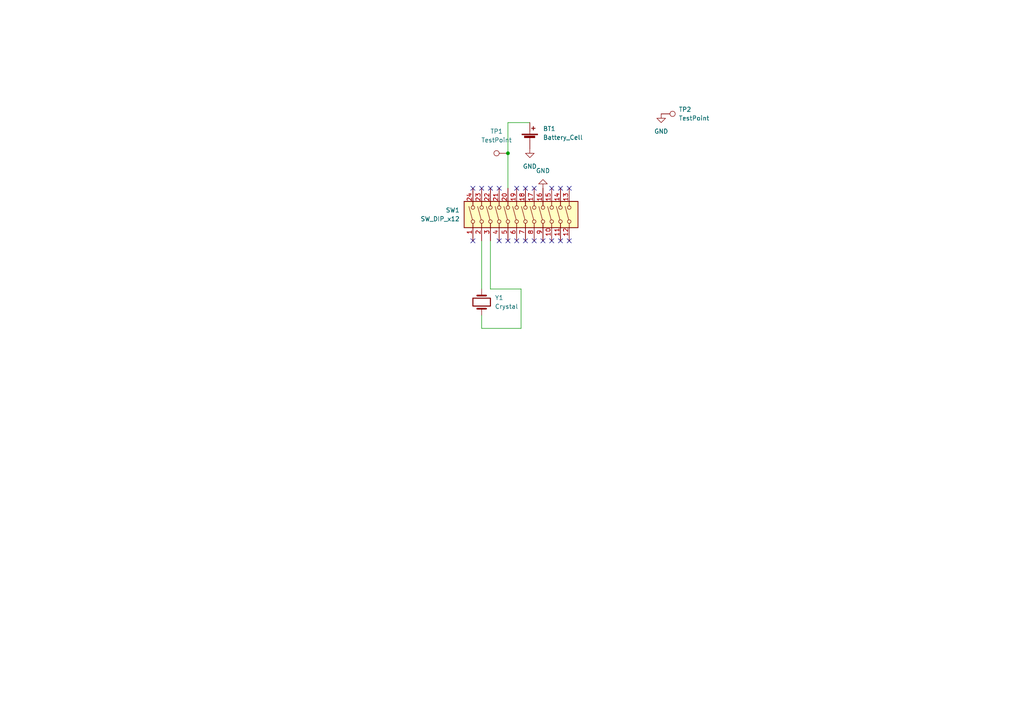
<source format=kicad_sch>
(kicad_sch (version 20211123) (generator eeschema)

  (uuid 2b70efab-b4f7-4f00-9d3f-2e9fd6ed3bbe)

  (paper "A4")

  (title_block
    (title "DS128X hat")
    (date "2022-05-31")
    (rev "1")
    (comment 1 "by: CalamityLime")
  )

  (lib_symbols
    (symbol "Connector:TestPoint" (pin_numbers hide) (pin_names (offset 0.762) hide) (in_bom yes) (on_board yes)
      (property "Reference" "TP" (id 0) (at 0 6.858 0)
        (effects (font (size 1.27 1.27)))
      )
      (property "Value" "TestPoint" (id 1) (at 0 5.08 0)
        (effects (font (size 1.27 1.27)))
      )
      (property "Footprint" "" (id 2) (at 5.08 0 0)
        (effects (font (size 1.27 1.27)) hide)
      )
      (property "Datasheet" "~" (id 3) (at 5.08 0 0)
        (effects (font (size 1.27 1.27)) hide)
      )
      (property "ki_keywords" "test point tp" (id 4) (at 0 0 0)
        (effects (font (size 1.27 1.27)) hide)
      )
      (property "ki_description" "test point" (id 5) (at 0 0 0)
        (effects (font (size 1.27 1.27)) hide)
      )
      (property "ki_fp_filters" "Pin* Test*" (id 6) (at 0 0 0)
        (effects (font (size 1.27 1.27)) hide)
      )
      (symbol "TestPoint_0_1"
        (circle (center 0 3.302) (radius 0.762)
          (stroke (width 0) (type default) (color 0 0 0 0))
          (fill (type none))
        )
      )
      (symbol "TestPoint_1_1"
        (pin passive line (at 0 0 90) (length 2.54)
          (name "1" (effects (font (size 1.27 1.27))))
          (number "1" (effects (font (size 1.27 1.27))))
        )
      )
    )
    (symbol "Device:Battery_Cell" (pin_numbers hide) (pin_names (offset 0) hide) (in_bom yes) (on_board yes)
      (property "Reference" "BT" (id 0) (at 2.54 2.54 0)
        (effects (font (size 1.27 1.27)) (justify left))
      )
      (property "Value" "Battery_Cell" (id 1) (at 2.54 0 0)
        (effects (font (size 1.27 1.27)) (justify left))
      )
      (property "Footprint" "" (id 2) (at 0 1.524 90)
        (effects (font (size 1.27 1.27)) hide)
      )
      (property "Datasheet" "~" (id 3) (at 0 1.524 90)
        (effects (font (size 1.27 1.27)) hide)
      )
      (property "ki_keywords" "battery cell" (id 4) (at 0 0 0)
        (effects (font (size 1.27 1.27)) hide)
      )
      (property "ki_description" "Single-cell battery" (id 5) (at 0 0 0)
        (effects (font (size 1.27 1.27)) hide)
      )
      (symbol "Battery_Cell_0_1"
        (rectangle (start -2.286 1.778) (end 2.286 1.524)
          (stroke (width 0) (type default) (color 0 0 0 0))
          (fill (type outline))
        )
        (rectangle (start -1.5748 1.1938) (end 1.4732 0.6858)
          (stroke (width 0) (type default) (color 0 0 0 0))
          (fill (type outline))
        )
        (polyline
          (pts
            (xy 0 0.762)
            (xy 0 0)
          )
          (stroke (width 0) (type default) (color 0 0 0 0))
          (fill (type none))
        )
        (polyline
          (pts
            (xy 0 1.778)
            (xy 0 2.54)
          )
          (stroke (width 0) (type default) (color 0 0 0 0))
          (fill (type none))
        )
        (polyline
          (pts
            (xy 0.508 3.429)
            (xy 1.524 3.429)
          )
          (stroke (width 0.254) (type default) (color 0 0 0 0))
          (fill (type none))
        )
        (polyline
          (pts
            (xy 1.016 3.937)
            (xy 1.016 2.921)
          )
          (stroke (width 0.254) (type default) (color 0 0 0 0))
          (fill (type none))
        )
      )
      (symbol "Battery_Cell_1_1"
        (pin passive line (at 0 5.08 270) (length 2.54)
          (name "+" (effects (font (size 1.27 1.27))))
          (number "1" (effects (font (size 1.27 1.27))))
        )
        (pin passive line (at 0 -2.54 90) (length 2.54)
          (name "-" (effects (font (size 1.27 1.27))))
          (number "2" (effects (font (size 1.27 1.27))))
        )
      )
    )
    (symbol "Device:Crystal" (pin_numbers hide) (pin_names (offset 1.016) hide) (in_bom yes) (on_board yes)
      (property "Reference" "Y" (id 0) (at 0 3.81 0)
        (effects (font (size 1.27 1.27)))
      )
      (property "Value" "Crystal" (id 1) (at 0 -3.81 0)
        (effects (font (size 1.27 1.27)))
      )
      (property "Footprint" "" (id 2) (at 0 0 0)
        (effects (font (size 1.27 1.27)) hide)
      )
      (property "Datasheet" "~" (id 3) (at 0 0 0)
        (effects (font (size 1.27 1.27)) hide)
      )
      (property "ki_keywords" "quartz ceramic resonator oscillator" (id 4) (at 0 0 0)
        (effects (font (size 1.27 1.27)) hide)
      )
      (property "ki_description" "Two pin crystal" (id 5) (at 0 0 0)
        (effects (font (size 1.27 1.27)) hide)
      )
      (property "ki_fp_filters" "Crystal*" (id 6) (at 0 0 0)
        (effects (font (size 1.27 1.27)) hide)
      )
      (symbol "Crystal_0_1"
        (rectangle (start -1.143 2.54) (end 1.143 -2.54)
          (stroke (width 0.3048) (type default) (color 0 0 0 0))
          (fill (type none))
        )
        (polyline
          (pts
            (xy -2.54 0)
            (xy -1.905 0)
          )
          (stroke (width 0) (type default) (color 0 0 0 0))
          (fill (type none))
        )
        (polyline
          (pts
            (xy -1.905 -1.27)
            (xy -1.905 1.27)
          )
          (stroke (width 0.508) (type default) (color 0 0 0 0))
          (fill (type none))
        )
        (polyline
          (pts
            (xy 1.905 -1.27)
            (xy 1.905 1.27)
          )
          (stroke (width 0.508) (type default) (color 0 0 0 0))
          (fill (type none))
        )
        (polyline
          (pts
            (xy 2.54 0)
            (xy 1.905 0)
          )
          (stroke (width 0) (type default) (color 0 0 0 0))
          (fill (type none))
        )
      )
      (symbol "Crystal_1_1"
        (pin passive line (at -3.81 0 0) (length 1.27)
          (name "1" (effects (font (size 1.27 1.27))))
          (number "1" (effects (font (size 1.27 1.27))))
        )
        (pin passive line (at 3.81 0 180) (length 1.27)
          (name "2" (effects (font (size 1.27 1.27))))
          (number "2" (effects (font (size 1.27 1.27))))
        )
      )
    )
    (symbol "Switch:SW_DIP_x12" (pin_names (offset 0) hide) (in_bom yes) (on_board yes)
      (property "Reference" "SW" (id 0) (at 0 19.05 0)
        (effects (font (size 1.27 1.27)))
      )
      (property "Value" "SW_DIP_x12" (id 1) (at 0 -16.51 0)
        (effects (font (size 1.27 1.27)))
      )
      (property "Footprint" "" (id 2) (at 0 0 0)
        (effects (font (size 1.27 1.27)) hide)
      )
      (property "Datasheet" "~" (id 3) (at 0 0 0)
        (effects (font (size 1.27 1.27)) hide)
      )
      (property "ki_keywords" "dip switch" (id 4) (at 0 0 0)
        (effects (font (size 1.27 1.27)) hide)
      )
      (property "ki_description" "12x DIP Switch, Single Pole Single Throw (SPST) switch, small symbol" (id 5) (at 0 0 0)
        (effects (font (size 1.27 1.27)) hide)
      )
      (property "ki_fp_filters" "SW?DIP?x12*" (id 6) (at 0 0 0)
        (effects (font (size 1.27 1.27)) hide)
      )
      (symbol "SW_DIP_x12_0_0"
        (circle (center -2.032 -12.7) (radius 0.508)
          (stroke (width 0) (type default) (color 0 0 0 0))
          (fill (type none))
        )
        (circle (center -2.032 -10.16) (radius 0.508)
          (stroke (width 0) (type default) (color 0 0 0 0))
          (fill (type none))
        )
        (circle (center -2.032 -7.62) (radius 0.508)
          (stroke (width 0) (type default) (color 0 0 0 0))
          (fill (type none))
        )
        (circle (center -2.032 -5.08) (radius 0.508)
          (stroke (width 0) (type default) (color 0 0 0 0))
          (fill (type none))
        )
        (circle (center -2.032 -2.54) (radius 0.508)
          (stroke (width 0) (type default) (color 0 0 0 0))
          (fill (type none))
        )
        (circle (center -2.032 0) (radius 0.508)
          (stroke (width 0) (type default) (color 0 0 0 0))
          (fill (type none))
        )
        (circle (center -2.032 2.54) (radius 0.508)
          (stroke (width 0) (type default) (color 0 0 0 0))
          (fill (type none))
        )
        (circle (center -2.032 5.08) (radius 0.508)
          (stroke (width 0) (type default) (color 0 0 0 0))
          (fill (type none))
        )
        (circle (center -2.032 7.62) (radius 0.508)
          (stroke (width 0) (type default) (color 0 0 0 0))
          (fill (type none))
        )
        (circle (center -2.032 10.16) (radius 0.508)
          (stroke (width 0) (type default) (color 0 0 0 0))
          (fill (type none))
        )
        (circle (center -2.032 12.7) (radius 0.508)
          (stroke (width 0) (type default) (color 0 0 0 0))
          (fill (type none))
        )
        (circle (center -2.032 15.24) (radius 0.508)
          (stroke (width 0) (type default) (color 0 0 0 0))
          (fill (type none))
        )
        (polyline
          (pts
            (xy -1.524 -12.5476)
            (xy 2.3622 -11.5062)
          )
          (stroke (width 0) (type default) (color 0 0 0 0))
          (fill (type none))
        )
        (polyline
          (pts
            (xy -1.524 -10.0076)
            (xy 2.3622 -8.9662)
          )
          (stroke (width 0) (type default) (color 0 0 0 0))
          (fill (type none))
        )
        (polyline
          (pts
            (xy -1.524 -7.4676)
            (xy 2.3622 -6.4262)
          )
          (stroke (width 0) (type default) (color 0 0 0 0))
          (fill (type none))
        )
        (polyline
          (pts
            (xy -1.524 -4.9276)
            (xy 2.3622 -3.8862)
          )
          (stroke (width 0) (type default) (color 0 0 0 0))
          (fill (type none))
        )
        (polyline
          (pts
            (xy -1.524 -2.3876)
            (xy 2.3622 -1.3462)
          )
          (stroke (width 0) (type default) (color 0 0 0 0))
          (fill (type none))
        )
        (polyline
          (pts
            (xy -1.524 0.127)
            (xy 2.3622 1.1684)
          )
          (stroke (width 0) (type default) (color 0 0 0 0))
          (fill (type none))
        )
        (polyline
          (pts
            (xy -1.524 2.667)
            (xy 2.3622 3.7084)
          )
          (stroke (width 0) (type default) (color 0 0 0 0))
          (fill (type none))
        )
        (polyline
          (pts
            (xy -1.524 5.207)
            (xy 2.3622 6.2484)
          )
          (stroke (width 0) (type default) (color 0 0 0 0))
          (fill (type none))
        )
        (polyline
          (pts
            (xy -1.524 7.747)
            (xy 2.3622 8.7884)
          )
          (stroke (width 0) (type default) (color 0 0 0 0))
          (fill (type none))
        )
        (polyline
          (pts
            (xy -1.524 10.287)
            (xy 2.3622 11.3284)
          )
          (stroke (width 0) (type default) (color 0 0 0 0))
          (fill (type none))
        )
        (polyline
          (pts
            (xy -1.524 12.827)
            (xy 2.3622 13.8684)
          )
          (stroke (width 0) (type default) (color 0 0 0 0))
          (fill (type none))
        )
        (polyline
          (pts
            (xy -1.524 15.367)
            (xy 2.3622 16.4084)
          )
          (stroke (width 0) (type default) (color 0 0 0 0))
          (fill (type none))
        )
        (circle (center 2.032 -12.7) (radius 0.508)
          (stroke (width 0) (type default) (color 0 0 0 0))
          (fill (type none))
        )
        (circle (center 2.032 -10.16) (radius 0.508)
          (stroke (width 0) (type default) (color 0 0 0 0))
          (fill (type none))
        )
        (circle (center 2.032 -7.62) (radius 0.508)
          (stroke (width 0) (type default) (color 0 0 0 0))
          (fill (type none))
        )
        (circle (center 2.032 -5.08) (radius 0.508)
          (stroke (width 0) (type default) (color 0 0 0 0))
          (fill (type none))
        )
        (circle (center 2.032 -2.54) (radius 0.508)
          (stroke (width 0) (type default) (color 0 0 0 0))
          (fill (type none))
        )
        (circle (center 2.032 0) (radius 0.508)
          (stroke (width 0) (type default) (color 0 0 0 0))
          (fill (type none))
        )
        (circle (center 2.032 2.54) (radius 0.508)
          (stroke (width 0) (type default) (color 0 0 0 0))
          (fill (type none))
        )
        (circle (center 2.032 5.08) (radius 0.508)
          (stroke (width 0) (type default) (color 0 0 0 0))
          (fill (type none))
        )
        (circle (center 2.032 7.62) (radius 0.508)
          (stroke (width 0) (type default) (color 0 0 0 0))
          (fill (type none))
        )
        (circle (center 2.032 10.16) (radius 0.508)
          (stroke (width 0) (type default) (color 0 0 0 0))
          (fill (type none))
        )
        (circle (center 2.032 12.7) (radius 0.508)
          (stroke (width 0) (type default) (color 0 0 0 0))
          (fill (type none))
        )
        (circle (center 2.032 15.24) (radius 0.508)
          (stroke (width 0) (type default) (color 0 0 0 0))
          (fill (type none))
        )
      )
      (symbol "SW_DIP_x12_0_1"
        (rectangle (start -3.81 17.78) (end 3.81 -15.24)
          (stroke (width 0.254) (type default) (color 0 0 0 0))
          (fill (type background))
        )
      )
      (symbol "SW_DIP_x12_1_1"
        (pin passive line (at -7.62 15.24 0) (length 5.08)
          (name "~" (effects (font (size 1.27 1.27))))
          (number "1" (effects (font (size 1.27 1.27))))
        )
        (pin passive line (at -7.62 -7.62 0) (length 5.08)
          (name "~" (effects (font (size 1.27 1.27))))
          (number "10" (effects (font (size 1.27 1.27))))
        )
        (pin passive line (at -7.62 -10.16 0) (length 5.08)
          (name "~" (effects (font (size 1.27 1.27))))
          (number "11" (effects (font (size 1.27 1.27))))
        )
        (pin passive line (at -7.62 -12.7 0) (length 5.08)
          (name "~" (effects (font (size 1.27 1.27))))
          (number "12" (effects (font (size 1.27 1.27))))
        )
        (pin passive line (at 7.62 -12.7 180) (length 5.08)
          (name "~" (effects (font (size 1.27 1.27))))
          (number "13" (effects (font (size 1.27 1.27))))
        )
        (pin passive line (at 7.62 -10.16 180) (length 5.08)
          (name "~" (effects (font (size 1.27 1.27))))
          (number "14" (effects (font (size 1.27 1.27))))
        )
        (pin passive line (at 7.62 -7.62 180) (length 5.08)
          (name "~" (effects (font (size 1.27 1.27))))
          (number "15" (effects (font (size 1.27 1.27))))
        )
        (pin passive line (at 7.62 -5.08 180) (length 5.08)
          (name "~" (effects (font (size 1.27 1.27))))
          (number "16" (effects (font (size 1.27 1.27))))
        )
        (pin passive line (at 7.62 -2.54 180) (length 5.08)
          (name "~" (effects (font (size 1.27 1.27))))
          (number "17" (effects (font (size 1.27 1.27))))
        )
        (pin passive line (at 7.62 0 180) (length 5.08)
          (name "~" (effects (font (size 1.27 1.27))))
          (number "18" (effects (font (size 1.27 1.27))))
        )
        (pin passive line (at 7.62 2.54 180) (length 5.08)
          (name "~" (effects (font (size 1.27 1.27))))
          (number "19" (effects (font (size 1.27 1.27))))
        )
        (pin passive line (at -7.62 12.7 0) (length 5.08)
          (name "~" (effects (font (size 1.27 1.27))))
          (number "2" (effects (font (size 1.27 1.27))))
        )
        (pin passive line (at 7.62 5.08 180) (length 5.08)
          (name "~" (effects (font (size 1.27 1.27))))
          (number "20" (effects (font (size 1.27 1.27))))
        )
        (pin passive line (at 7.62 7.62 180) (length 5.08)
          (name "~" (effects (font (size 1.27 1.27))))
          (number "21" (effects (font (size 1.27 1.27))))
        )
        (pin passive line (at 7.62 10.16 180) (length 5.08)
          (name "~" (effects (font (size 1.27 1.27))))
          (number "22" (effects (font (size 1.27 1.27))))
        )
        (pin passive line (at 7.62 12.7 180) (length 5.08)
          (name "~" (effects (font (size 1.27 1.27))))
          (number "23" (effects (font (size 1.27 1.27))))
        )
        (pin passive line (at 7.62 15.24 180) (length 5.08)
          (name "~" (effects (font (size 1.27 1.27))))
          (number "24" (effects (font (size 1.27 1.27))))
        )
        (pin passive line (at -7.62 10.16 0) (length 5.08)
          (name "~" (effects (font (size 1.27 1.27))))
          (number "3" (effects (font (size 1.27 1.27))))
        )
        (pin passive line (at -7.62 7.62 0) (length 5.08)
          (name "~" (effects (font (size 1.27 1.27))))
          (number "4" (effects (font (size 1.27 1.27))))
        )
        (pin passive line (at -7.62 5.08 0) (length 5.08)
          (name "~" (effects (font (size 1.27 1.27))))
          (number "5" (effects (font (size 1.27 1.27))))
        )
        (pin passive line (at -7.62 2.54 0) (length 5.08)
          (name "~" (effects (font (size 1.27 1.27))))
          (number "6" (effects (font (size 1.27 1.27))))
        )
        (pin passive line (at -7.62 0 0) (length 5.08)
          (name "~" (effects (font (size 1.27 1.27))))
          (number "7" (effects (font (size 1.27 1.27))))
        )
        (pin passive line (at -7.62 -2.54 0) (length 5.08)
          (name "~" (effects (font (size 1.27 1.27))))
          (number "8" (effects (font (size 1.27 1.27))))
        )
        (pin passive line (at -7.62 -5.08 0) (length 5.08)
          (name "~" (effects (font (size 1.27 1.27))))
          (number "9" (effects (font (size 1.27 1.27))))
        )
      )
    )
    (symbol "power:GND" (power) (pin_names (offset 0)) (in_bom yes) (on_board yes)
      (property "Reference" "#PWR" (id 0) (at 0 -6.35 0)
        (effects (font (size 1.27 1.27)) hide)
      )
      (property "Value" "GND" (id 1) (at 0 -3.81 0)
        (effects (font (size 1.27 1.27)))
      )
      (property "Footprint" "" (id 2) (at 0 0 0)
        (effects (font (size 1.27 1.27)) hide)
      )
      (property "Datasheet" "" (id 3) (at 0 0 0)
        (effects (font (size 1.27 1.27)) hide)
      )
      (property "ki_keywords" "power-flag" (id 4) (at 0 0 0)
        (effects (font (size 1.27 1.27)) hide)
      )
      (property "ki_description" "Power symbol creates a global label with name \"GND\" , ground" (id 5) (at 0 0 0)
        (effects (font (size 1.27 1.27)) hide)
      )
      (symbol "GND_0_1"
        (polyline
          (pts
            (xy 0 0)
            (xy 0 -1.27)
            (xy 1.27 -1.27)
            (xy 0 -2.54)
            (xy -1.27 -1.27)
            (xy 0 -1.27)
          )
          (stroke (width 0) (type default) (color 0 0 0 0))
          (fill (type none))
        )
      )
      (symbol "GND_1_1"
        (pin power_in line (at 0 0 270) (length 0) hide
          (name "GND" (effects (font (size 1.27 1.27))))
          (number "1" (effects (font (size 1.27 1.27))))
        )
      )
    )
  )

  (junction (at 147.32 44.45) (diameter 0) (color 0 0 0 0)
    (uuid 0062828e-8b85-4d9c-8416-f037f11e5c80)
  )

  (no_connect (at 165.1 54.61) (uuid 1542683b-50fd-4261-9043-efa6d07e925b))
  (no_connect (at 160.02 54.61) (uuid 1542683b-50fd-4261-9043-efa6d07e925c))
  (no_connect (at 162.56 54.61) (uuid 1542683b-50fd-4261-9043-efa6d07e925d))
  (no_connect (at 137.16 69.85) (uuid 1542683b-50fd-4261-9043-efa6d07e925e))
  (no_connect (at 137.16 54.61) (uuid 1542683b-50fd-4261-9043-efa6d07e925f))
  (no_connect (at 144.78 69.85) (uuid 1542683b-50fd-4261-9043-efa6d07e9260))
  (no_connect (at 147.32 69.85) (uuid 1542683b-50fd-4261-9043-efa6d07e9261))
  (no_connect (at 139.7 54.61) (uuid 1542683b-50fd-4261-9043-efa6d07e9262))
  (no_connect (at 142.24 54.61) (uuid 1542683b-50fd-4261-9043-efa6d07e9263))
  (no_connect (at 144.78 54.61) (uuid 1542683b-50fd-4261-9043-efa6d07e9264))
  (no_connect (at 149.86 54.61) (uuid 1542683b-50fd-4261-9043-efa6d07e9265))
  (no_connect (at 152.4 54.61) (uuid 1542683b-50fd-4261-9043-efa6d07e9266))
  (no_connect (at 154.94 54.61) (uuid 1542683b-50fd-4261-9043-efa6d07e9267))
  (no_connect (at 157.48 69.85) (uuid 1542683b-50fd-4261-9043-efa6d07e9268))
  (no_connect (at 154.94 69.85) (uuid 1542683b-50fd-4261-9043-efa6d07e9269))
  (no_connect (at 152.4 69.85) (uuid 1542683b-50fd-4261-9043-efa6d07e926a))
  (no_connect (at 149.86 69.85) (uuid 1542683b-50fd-4261-9043-efa6d07e926b))
  (no_connect (at 165.1 69.85) (uuid 45289f6f-0838-4fbd-a0e9-5dafd3c98b50))
  (no_connect (at 162.56 69.85) (uuid 790d8e4e-8a59-48ba-b3d4-6b8d22444e78))
  (no_connect (at 160.02 69.85) (uuid 790d8e4e-8a59-48ba-b3d4-6b8d22444e79))

  (wire (pts (xy 151.13 83.82) (xy 142.24 83.82))
    (stroke (width 0) (type default) (color 0 0 0 0))
    (uuid 0827fdbd-c6a9-432d-baee-d22079ee2cad)
  )
  (wire (pts (xy 153.67 35.56) (xy 147.32 35.56))
    (stroke (width 0) (type default) (color 0 0 0 0))
    (uuid 40c35223-0841-4e2b-afd7-33df2bbc25bb)
  )
  (wire (pts (xy 139.7 69.85) (xy 139.7 83.82))
    (stroke (width 0) (type default) (color 0 0 0 0))
    (uuid 46ec7a37-4a5b-4f03-894a-e115d87eb156)
  )
  (wire (pts (xy 147.32 44.45) (xy 147.32 54.61))
    (stroke (width 0) (type default) (color 0 0 0 0))
    (uuid 4b87a714-6ec0-4a68-81a1-152f6b8d976e)
  )
  (wire (pts (xy 139.7 91.44) (xy 139.7 95.25))
    (stroke (width 0) (type default) (color 0 0 0 0))
    (uuid 55f88cbc-bd66-478b-87d5-94d31fc6eb95)
  )
  (wire (pts (xy 147.32 35.56) (xy 147.32 44.45))
    (stroke (width 0) (type default) (color 0 0 0 0))
    (uuid 6cd71768-6ff3-42bc-9fbe-a33e6d9bc7ed)
  )
  (wire (pts (xy 142.24 83.82) (xy 142.24 69.85))
    (stroke (width 0) (type default) (color 0 0 0 0))
    (uuid 6f28a080-2c78-4fac-8b77-25ed7afb8164)
  )
  (wire (pts (xy 139.7 95.25) (xy 151.13 95.25))
    (stroke (width 0) (type default) (color 0 0 0 0))
    (uuid 92bda341-896f-4ef2-b641-24ceb570411a)
  )
  (wire (pts (xy 151.13 95.25) (xy 151.13 83.82))
    (stroke (width 0) (type default) (color 0 0 0 0))
    (uuid d9cfa74e-cead-4f4b-99e7-a41e0c93c634)
  )

  (symbol (lib_id "Device:Crystal") (at 139.7 87.63 90) (unit 1)
    (in_bom yes) (on_board yes) (fields_autoplaced)
    (uuid 012b2acf-e420-4052-b116-b768ba98649d)
    (property "Reference" "Y1" (id 0) (at 143.51 86.3599 90)
      (effects (font (size 1.27 1.27)) (justify right))
    )
    (property "Value" "Crystal" (id 1) (at 143.51 88.8999 90)
      (effects (font (size 1.27 1.27)) (justify right))
    )
    (property "Footprint" "Crystal:Crystal_C26-LF_D2.1mm_L6.5mm_Horizontal" (id 2) (at 139.7 87.63 0)
      (effects (font (size 1.27 1.27)) hide)
    )
    (property "Datasheet" "~" (id 3) (at 139.7 87.63 0)
      (effects (font (size 1.27 1.27)) hide)
    )
    (pin "1" (uuid 253c5eba-8a84-4bd5-bc7d-4030251b1948))
    (pin "2" (uuid 3e50d8ee-8891-418a-a48b-b96be93c8e98))
  )

  (symbol (lib_id "Device:Battery_Cell") (at 153.67 40.64 0) (unit 1)
    (in_bom yes) (on_board yes) (fields_autoplaced)
    (uuid 1b136d0f-de38-4f8d-894c-3a6f43a51f1c)
    (property "Reference" "BT1" (id 0) (at 157.48 37.3379 0)
      (effects (font (size 1.27 1.27)) (justify left))
    )
    (property "Value" "Battery_Cell" (id 1) (at 157.48 39.8779 0)
      (effects (font (size 1.27 1.27)) (justify left))
    )
    (property "Footprint" "DS128X_hat:CR1220" (id 2) (at 153.67 39.116 90)
      (effects (font (size 1.27 1.27)) hide)
    )
    (property "Datasheet" "~" (id 3) (at 153.67 39.116 90)
      (effects (font (size 1.27 1.27)) hide)
    )
    (pin "1" (uuid d72ba89a-8334-44a3-900c-f3bac493e634))
    (pin "2" (uuid ec4e5870-37cc-4ce2-ade2-9c099c4befad))
  )

  (symbol (lib_id "power:GND") (at 157.48 54.61 180) (unit 1)
    (in_bom yes) (on_board yes) (fields_autoplaced)
    (uuid 295d5a21-1c59-4e37-861d-3d6b015e3030)
    (property "Reference" "#PWR?" (id 0) (at 157.48 48.26 0)
      (effects (font (size 1.27 1.27)) hide)
    )
    (property "Value" "GND" (id 1) (at 157.48 49.53 0))
    (property "Footprint" "" (id 2) (at 157.48 54.61 0)
      (effects (font (size 1.27 1.27)) hide)
    )
    (property "Datasheet" "" (id 3) (at 157.48 54.61 0)
      (effects (font (size 1.27 1.27)) hide)
    )
    (pin "1" (uuid 4ee1ad88-1199-4a45-83e6-85df8efb9df2))
  )

  (symbol (lib_id "Connector:TestPoint") (at 191.77 33.02 270) (unit 1)
    (in_bom yes) (on_board yes) (fields_autoplaced)
    (uuid 313501b3-ca41-42f3-9865-52672b6a8c47)
    (property "Reference" "TP2" (id 0) (at 196.85 31.7499 90)
      (effects (font (size 1.27 1.27)) (justify left))
    )
    (property "Value" "TestPoint" (id 1) (at 196.85 34.2899 90)
      (effects (font (size 1.27 1.27)) (justify left))
    )
    (property "Footprint" "DS128X_hat:bat_pad_neg_D2.0mm" (id 2) (at 191.77 38.1 0)
      (effects (font (size 1.27 1.27)) hide)
    )
    (property "Datasheet" "~" (id 3) (at 191.77 38.1 0)
      (effects (font (size 1.27 1.27)) hide)
    )
    (pin "1" (uuid 614b0043-7062-404f-9bde-6a6077021da9))
  )

  (symbol (lib_id "power:GND") (at 153.67 43.18 0) (unit 1)
    (in_bom yes) (on_board yes) (fields_autoplaced)
    (uuid aafbcadb-a038-482f-b0fd-83101efdc608)
    (property "Reference" "#PWR?" (id 0) (at 153.67 49.53 0)
      (effects (font (size 1.27 1.27)) hide)
    )
    (property "Value" "GND" (id 1) (at 153.67 48.26 0))
    (property "Footprint" "" (id 2) (at 153.67 43.18 0)
      (effects (font (size 1.27 1.27)) hide)
    )
    (property "Datasheet" "" (id 3) (at 153.67 43.18 0)
      (effects (font (size 1.27 1.27)) hide)
    )
    (pin "1" (uuid 6357b34d-4d13-4254-b7a7-112edb23ef95))
  )

  (symbol (lib_id "power:GND") (at 191.77 33.02 0) (unit 1)
    (in_bom yes) (on_board yes) (fields_autoplaced)
    (uuid b46d5a32-97ba-4f29-9b22-d66841fad99e)
    (property "Reference" "#PWR?" (id 0) (at 191.77 39.37 0)
      (effects (font (size 1.27 1.27)) hide)
    )
    (property "Value" "GND" (id 1) (at 191.77 38.1 0))
    (property "Footprint" "" (id 2) (at 191.77 33.02 0)
      (effects (font (size 1.27 1.27)) hide)
    )
    (property "Datasheet" "" (id 3) (at 191.77 33.02 0)
      (effects (font (size 1.27 1.27)) hide)
    )
    (pin "1" (uuid 37f86b09-9be1-493d-bc8c-4fc582ff0385))
  )

  (symbol (lib_id "Switch:SW_DIP_x12") (at 152.4 62.23 90) (unit 1)
    (in_bom yes) (on_board yes) (fields_autoplaced)
    (uuid c120258f-7884-4b03-b488-a58fb6847229)
    (property "Reference" "SW1" (id 0) (at 133.35 60.9599 90)
      (effects (font (size 1.27 1.27)) (justify left))
    )
    (property "Value" "SW_DIP_x12" (id 1) (at 133.35 63.4999 90)
      (effects (font (size 1.27 1.27)) (justify left))
    )
    (property "Footprint" "DS128X_hat:SMDIP-24_W11.48mm" (id 2) (at 152.4 62.23 0)
      (effects (font (size 1.27 1.27)) hide)
    )
    (property "Datasheet" "~" (id 3) (at 152.4 62.23 0)
      (effects (font (size 1.27 1.27)) hide)
    )
    (pin "1" (uuid e0701461-dabd-4abb-aa69-adeeee04a806))
    (pin "10" (uuid 71db279f-cc8f-4569-bd39-73539997f8a8))
    (pin "11" (uuid 010327e1-63df-4881-903c-6db64bebe953))
    (pin "12" (uuid 5f17e6fc-b524-455c-ae00-a8989958aca8))
    (pin "13" (uuid cdabc8ce-8e2f-4e30-8b0b-c520c60df2ef))
    (pin "14" (uuid bc60f32b-e706-46cf-b862-aaeab5f00395))
    (pin "15" (uuid 9d451a49-a9d1-4fd8-892c-827d47415f13))
    (pin "16" (uuid d10ec023-4406-4553-aaf3-aa7ed2bbda29))
    (pin "17" (uuid ea29724b-7575-41fb-86dc-b7253da40e1b))
    (pin "18" (uuid 1e3dcae9-2250-4301-87e0-3543a636682f))
    (pin "19" (uuid 41aab8ab-31da-4bbe-b371-7c195c5d49bd))
    (pin "2" (uuid f67517b6-b3ef-4ebd-b988-999be99a8ff6))
    (pin "20" (uuid 335969b0-27b7-4ef2-9a1e-d367e58b1108))
    (pin "21" (uuid 134149b5-14f6-425f-a209-8ba110fb3d06))
    (pin "22" (uuid 72d9bf1f-7fbe-4016-99de-f0ef7d808d56))
    (pin "23" (uuid 956a1b87-b41a-4b1e-b0b3-e49d6b3639f0))
    (pin "24" (uuid 64b567b0-4d8f-4000-80d8-6d03a6be1555))
    (pin "3" (uuid 5745790c-520f-4b05-8207-8ef257e9d1a1))
    (pin "4" (uuid 79ff794f-5f39-401e-a550-fa4701b7d2a7))
    (pin "5" (uuid c6bb6dd2-4953-40bb-a50f-ab997ea49828))
    (pin "6" (uuid c94b71eb-3617-4e05-bacb-9ab1e1f079aa))
    (pin "7" (uuid 88ff3176-ba69-4d11-9eda-db8de87840fe))
    (pin "8" (uuid 2f5dcee1-ef68-421d-80e2-6b8b85d041f4))
    (pin "9" (uuid b8b617d3-5332-47b5-8dd9-970875b4a9a1))
  )

  (symbol (lib_id "Connector:TestPoint") (at 147.32 44.45 90) (unit 1)
    (in_bom yes) (on_board yes) (fields_autoplaced)
    (uuid c2cc5c89-cd64-436b-b604-9da23b237b53)
    (property "Reference" "TP1" (id 0) (at 144.018 38.1 90))
    (property "Value" "TestPoint" (id 1) (at 144.018 40.64 90))
    (property "Footprint" "DS128X_hat:bat_pad_pos_D2.0mm" (id 2) (at 147.32 39.37 0)
      (effects (font (size 1.27 1.27)) hide)
    )
    (property "Datasheet" "~" (id 3) (at 147.32 39.37 0)
      (effects (font (size 1.27 1.27)) hide)
    )
    (pin "1" (uuid 5db6fd10-0537-4b0c-bdc4-653045778efb))
  )

  (sheet_instances
    (path "/" (page "1"))
  )

  (symbol_instances
    (path "/295d5a21-1c59-4e37-861d-3d6b015e3030"
      (reference "#PWR?") (unit 1) (value "GND") (footprint "")
    )
    (path "/aafbcadb-a038-482f-b0fd-83101efdc608"
      (reference "#PWR?") (unit 1) (value "GND") (footprint "")
    )
    (path "/b46d5a32-97ba-4f29-9b22-d66841fad99e"
      (reference "#PWR?") (unit 1) (value "GND") (footprint "")
    )
    (path "/1b136d0f-de38-4f8d-894c-3a6f43a51f1c"
      (reference "BT1") (unit 1) (value "Battery_Cell") (footprint "DS128X_hat:CR1220")
    )
    (path "/c120258f-7884-4b03-b488-a58fb6847229"
      (reference "SW1") (unit 1) (value "SW_DIP_x12") (footprint "DS128X_hat:SMDIP-24_W11.48mm")
    )
    (path "/c2cc5c89-cd64-436b-b604-9da23b237b53"
      (reference "TP1") (unit 1) (value "TestPoint") (footprint "DS128X_hat:bat_pad_pos_D2.0mm")
    )
    (path "/313501b3-ca41-42f3-9865-52672b6a8c47"
      (reference "TP2") (unit 1) (value "TestPoint") (footprint "DS128X_hat:bat_pad_neg_D2.0mm")
    )
    (path "/012b2acf-e420-4052-b116-b768ba98649d"
      (reference "Y1") (unit 1) (value "Crystal") (footprint "Crystal:Crystal_C26-LF_D2.1mm_L6.5mm_Horizontal")
    )
  )
)

</source>
